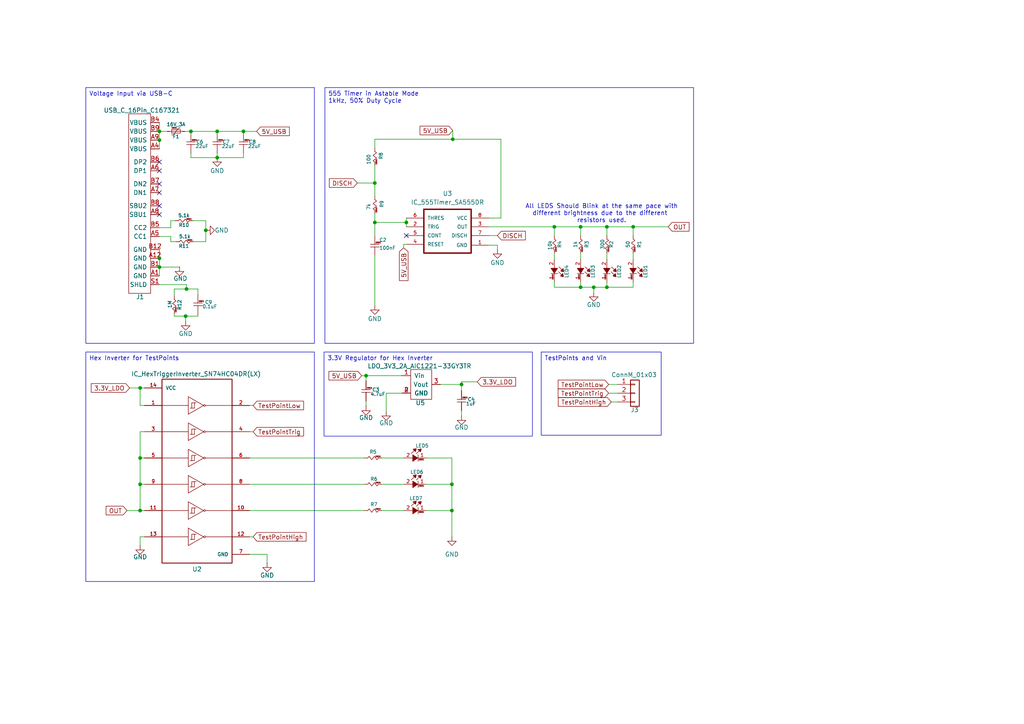
<source format=kicad_sch>
(kicad_sch (version 20231120) (generator "eeschema") (generator_version "8.0")
  (paper "A4")
  (title_block (title "555 Timer") (date "2025-01-16") (rev "v1.0") (company "Remal") (comment 1 "Sara AlMarzooqi"))
  (lib_symbols
    (symbol "IC_555Timer_SA555DR_1" (pin_names (offset 1.016))
      (property "Reference" "U1" (at 0 9.906 0))
      (property "Value" "IC_555Timer_SA555DR" (at 0 7.366 0))
      (symbol "IC_555Timer_SA555DR_1_0_0"
        (pin power_in line (at 11.684 -5.334 180) (length 5.08) (name "GND") (number "1"))
        (pin input line (at -12.192 0 0) (length 5.08) (name "TRIG") (number "2"))
        (pin output line (at 11.684 0 180) (length 5.08) (name "OUT") (number "3"))
        (pin input line (at -12.192 -5.08 0) (length 5.08) (name "RESET") (number "4"))
        (pin bidirectional line (at -12.192 -2.54 0) (length 5.08) (name "CONT") (number "5"))
        (pin input line (at -12.192 2.54 0) (length 5.08) (name "THRES") (number "6"))
        (pin output line (at 11.684 -2.54 180) (length 5.08) (name "DISCH") (number "7"))
        (pin power_in line (at 11.684 2.54 180) (length 5.08) (name "VCC") (number "8"))
      )
      (symbol "IC_555Timer_SA555DR_1_1_0"
        (rectangle (start -7.112 5.08) (end 6.604 -7.62) (stroke (width 0.41)))
      )
    )
    (symbol "Remal_KiCadLib:C_0805_2012m" (pin_numbers hide) (pin_names (offset 0.762) hide)
      (property "Reference" "C" (at 1.778 1.7272 0))
      (property "Value" "C_0805_2012m/xxV" (at 1.778 -0.254 0))
      (symbol "C_0805_2012m_0_0"
        (pin passive line (at 0 2.54 270) (length 2.54) (name "~") (number "1"))
        (pin passive line (at 0 -3.302 90) (length 2.54) (name "~") (number "2"))
      )
      (symbol "C_0805_2012m_0_1"
        (polyline (pts (xy 1.27 0) (xy -1.27 0)))
      )
      (symbol "C_0805_2012m_1_1"
        (polyline (pts (xy 1.27 -0.762) (xy -1.27 -0.762)))
        (text "0805" (at 1.016 0.508 0) (effects (font (size 0.4 0.4))))
      )
    )
    (symbol "Remal_KiCadLib:ConnM_01x03_2.54mm" (pin_names (offset 1.016) hide)
      (property "Reference" "J" (at 0 7.62 0))
      (property "Value" "ConnM_01x03_2.54mm" (at -0.508 -2.54 0))
      (symbol "ConnM_01x03_2.54mm_1_1"
        (rectangle (start -1.27 0.127) (end 0 -0.127) (stroke (width 0.1524)))
        (rectangle (start -1.27 2.667) (end 0 2.413) (stroke (width 0.1524)))
        (rectangle (start -1.27 5.207) (end 0 4.953) (stroke (width 0.1524)))
        (rectangle (start -1.27 6.35) (end 1.27 -1.27) (stroke (width 0.254)))
        (pin passive line (at -5.08 5.08 0) (length 3.81) (name "Pin_1") (number "1"))
        (pin passive line (at -5.08 2.54 0) (length 3.81) (name "Pin_2") (number "2"))
        (pin passive line (at -5.08 0 0) (length 3.81) (name "Pin_3") (number "3"))
      )
    )
    (symbol "Remal_KiCadLib:Fuse_0805_2012m" (pin_numbers hide) (pin_names (offset 0.762))
      (property "Reference" "F" (at -2.032 2.286 0))
      (property "Value" "Fuse_0805_2012m_xxxV_HoldxxxA_TripxxxA_xxx" (at -17.78 -2.286 0))
      (symbol "Fuse_0805_2012m_0_1"
        (rectangle (start -1.27 -0.508) (end 1.27 0.508))
        (polyline (pts (xy -2.54 0) (xy 2.54 0)))
        (polyline (pts (xy -1.27 -1.016) (xy -0.762 -1.016) (xy 0.762 1.016) (xy 1.27 1.016)))
      )
      (symbol "Fuse_0805_2012m_1_1"
        (text "0805" (at -0.508 1.016 0) (effects (font (size 0.4 0.4))))
        (pin passive line (at -2.54 0 0) (length 0.635) (name "~") (number "1"))
        (pin passive line (at 2.54 0 180) (length 0.635) (name "~") (number "2"))
      )
    )
    (symbol "Remal_KiCadLib:IC_HexSchmittTriggerInverter_SN74HC04DR(LX)" (pin_names (offset 1.016))
      (property "Reference" "U3" (at 0 30.48 0))
      (property "Value" "IC_HexSchmittTriggerInverter_SN74HC04DR(LX)" (at 0 27.94 0))
      (symbol "IC_HexSchmittTriggerInverter_SN74HC04DR(LX)_0_0"
        (polyline (pts (xy -10.16 -20.32) (xy -2.54 -20.32)) (stroke (width 0.1524)))
        (polyline (pts (xy -10.16 -12.7) (xy -2.54 -12.7)) (stroke (width 0.1524)))
        (polyline (pts (xy -10.16 -5.08) (xy -2.54 -5.08)) (stroke (width 0.1524)))
        (polyline (pts (xy -10.16 2.54) (xy -2.54 2.54)) (stroke (width 0.1524)))
        (polyline (pts (xy -10.16 10.16) (xy -2.54 10.16)) (stroke (width 0.1524)))
        (polyline (pts (xy -10.16 17.78) (xy -2.54 17.78)) (stroke (width 0.1524)))
        (polyline (pts (xy -2.54 -22.86) (xy -2.54 -20.32)) (stroke (width 0.1524)))
        (polyline (pts (xy -2.54 -20.32) (xy -2.54 -17.78)) (stroke (width 0.1524)))
        (polyline (pts (xy -2.54 -17.78) (xy 1.905 -20.32)) (stroke (width 0.1524)))
        (polyline (pts (xy -2.54 -15.24) (xy -2.54 -12.7)) (stroke (width 0.1524)))
        (polyline (pts (xy -2.54 -12.7) (xy -2.54 -10.16)) (stroke (width 0.1524)))
        (polyline (pts (xy -2.54 -10.16) (xy 1.905 -12.7)) (stroke (width 0.1524)))
        (polyline (pts (xy -2.54 -7.62) (xy -2.54 -5.08)) (stroke (width 0.1524)))
        (polyline (pts (xy -2.54 -5.08) (xy -2.54 -2.54)) (stroke (width 0.1524)))
        (polyline (pts (xy -2.54 -2.54) (xy 1.905 -5.08)) (stroke (width 0.1524)))
        (polyline (pts (xy -2.54 0) (xy -2.54 2.54)) (stroke (width 0.1524)))
        (polyline (pts (xy -2.54 2.54) (xy -2.54 5.08)) (stroke (width 0.1524)))
        (polyline (pts (xy -2.54 5.08) (xy 1.905 2.54)) (stroke (width 0.1524)))
        (polyline (pts (xy -2.54 7.62) (xy -2.54 10.16)) (stroke (width 0.1524)))
        (polyline (pts (xy -2.54 10.16) (xy -2.54 12.7)) (stroke (width 0.1524)))
        (polyline (pts (xy -2.54 12.7) (xy 1.905 10.16)) (stroke (width 0.1524)))
        (polyline (pts (xy -2.54 15.24) (xy -2.54 17.78)) (stroke (width 0.1524)))
        (polyline (pts (xy -2.54 17.78) (xy -2.54 20.32)) (stroke (width 0.1524)))
        (polyline (pts (xy -2.54 20.32) (xy 1.905 17.78)) (stroke (width 0.1524)))
        (polyline (pts (xy -1.524 -21.082) (xy -2.032 -21.082)) (stroke (width 0.1524)))
        (polyline (pts (xy -1.524 -21.082) (xy -0.762 -21.082)) (stroke (width 0.1524)))
        (polyline (pts (xy -1.524 -19.558) (xy -1.524 -21.082)) (stroke (width 0.1524)))
        (polyline (pts (xy -1.524 -13.462) (xy -2.032 -13.462)) (stroke (width 0.1524)))
        (polyline (pts (xy -1.524 -13.462) (xy -0.762 -13.462)) (stroke (width 0.1524)))
        (polyline (pts (xy -1.524 -11.938) (xy -1.524 -13.462)) (stroke (width 0.1524)))
        (polyline (pts (xy -1.524 -5.842) (xy -2.032 -5.842)) (stroke (width 0.1524)))
        (polyline (pts (xy -1.524 -5.842) (xy -0.762 -5.842)) (stroke (width 0.1524)))
        (polyline (pts (xy -1.524 -4.318) (xy -1.524 -5.842)) (stroke (width 0.1524)))
        (polyline (pts (xy -1.524 1.778) (xy -2.032 1.778)) (stroke (width 0.1524)))
        (polyline (pts (xy -1.524 1.778) (xy -0.762 1.778)) (stroke (width 0.1524)))
        (polyline (pts (xy -1.524 3.302) (xy -1.524 1.778)) (stroke (width 0.1524)))
        (polyline (pts (xy -1.524 9.398) (xy -2.032 9.398)) (stroke (width 0.1524)))
        (polyline (pts (xy -1.524 9.398) (xy -0.762 9.398)) (stroke (width 0.1524)))
        (polyline (pts (xy -1.524 10.922) (xy -1.524 9.398)) (stroke (width 0.1524)))
        (polyline (pts (xy -1.524 17.018) (xy -2.032 17.018)) (stroke (width 0.1524)))
        (polyline (pts (xy -1.524 17.018) (xy -0.762 17.018)) (stroke (width 0.1524)))
        (polyline (pts (xy -1.524 18.542) (xy -1.524 17.018)) (stroke (width 0.1524)))
        (polyline (pts (xy -0.762 -21.082) (xy -0.762 -19.558)) (stroke (width 0.1524)))
        (polyline (pts (xy -0.762 -19.558) (xy -1.524 -19.558)) (stroke (width 0.1524)))
        (polyline (pts (xy -0.762 -19.558) (xy -0.254 -19.558)) (stroke (width 0.1524)))
        (polyline (pts (xy -0.762 -13.462) (xy -0.762 -11.938)) (stroke (width 0.1524)))
        (polyline (pts (xy -0.762 -11.938) (xy -1.524 -11.938)) (stroke (width 0.1524)))
        (polyline (pts (xy -0.762 -11.938) (xy -0.254 -11.938)) (stroke (width 0.1524)))
        (polyline (pts (xy -0.762 -5.842) (xy -0.762 -4.318)) (stroke (width 0.1524)))
        (polyline (pts (xy -0.762 -4.318) (xy -1.524 -4.318)) (stroke (width 0.1524)))
        (polyline (pts (xy -0.762 -4.318) (xy -0.254 -4.318)) (stroke (width 0.1524)))
        (polyline (pts (xy -0.762 1.778) (xy -0.762 3.302)) (stroke (width 0.1524)))
        (polyline (pts (xy -0.762 3.302) (xy -1.524 3.302)) (stroke (width 0.1524)))
        (polyline (pts (xy -0.762 3.302) (xy -0.254 3.302)) (stroke (width 0.1524)))
        (polyline (pts (xy -0.762 9.398) (xy -0.762 10.922)) (stroke (width 0.1524)))
        (polyline (pts (xy -0.762 10.922) (xy -1.524 10.922)) (stroke (width 0.1524)))
        (polyline (pts (xy -0.762 10.922) (xy -0.254 10.922)) (stroke (width 0.1524)))
        (polyline (pts (xy -0.762 17.018) (xy -0.762 18.542)) (stroke (width 0.1524)))
        (polyline (pts (xy -0.762 18.542) (xy -1.524 18.542)) (stroke (width 0.1524)))
        (polyline (pts (xy -0.762 18.542) (xy -0.254 18.542)) (stroke (width 0.1524)))
        (polyline (pts (xy 1.905 -20.32) (xy -2.54 -22.86)) (stroke (width 0.1524)))
        (polyline (pts (xy 1.905 -12.7) (xy -2.54 -15.24)) (stroke (width 0.1524)))
        (polyline (pts (xy 1.905 -5.08) (xy -2.54 -7.62)) (stroke (width 0.1524)))
        (polyline (pts (xy 1.905 2.54) (xy -2.54 0)) (stroke (width 0.1524)))
        (polyline (pts (xy 1.905 10.16) (xy -2.54 7.62)) (stroke (width 0.1524)))
        (polyline (pts (xy 1.905 17.78) (xy -2.54 15.24)) (stroke (width 0.1524)))
        (polyline (pts (xy 2.54 -20.32) (xy 10.16 -20.32)) (stroke (width 0.1524)))
        (polyline (pts (xy 2.54 -12.7) (xy 10.16 -12.7)) (stroke (width 0.1524)))
        (polyline (pts (xy 2.54 -5.08) (xy 10.16 -5.08)) (stroke (width 0.1524)))
        (polyline (pts (xy 2.54 2.54) (xy 10.16 2.54)) (stroke (width 0.1524)))
        (polyline (pts (xy 2.54 10.16) (xy 10.16 10.16)) (stroke (width 0.1524)))
        (polyline (pts (xy 2.54 17.78) (xy 10.16 17.78)) (stroke (width 0.1524)))
        (circle (center 2.1844 -20.32) (radius 0.254) (stroke (width 0.1524)))
        (circle (center 2.1844 -12.7) (radius 0.254) (stroke (width 0.1524)))
        (circle (center 2.1844 -5.08) (radius 0.254) (stroke (width 0.1524)))
        (circle (center 2.1844 2.54) (radius 0.254) (stroke (width 0.1524)))
        (circle (center 2.1844 10.16) (radius 0.254) (stroke (width 0.1524)))
        (circle (center 2.1844 17.78) (radius 0.254) (stroke (width 0.1524)))
        (pin input line (at -15.24 17.78 0) (length 5.08) (name "~") (number "1"))
        (pin output line (at 15.24 -12.7 180) (length 5.08) (name "~") (number "10"))
        (pin input line (at -15.24 -12.7 0) (length 5.08) (name "~") (number "11"))
        (pin output line (at 15.24 -20.32 180) (length 5.08) (name "~") (number "12"))
        (pin input line (at -15.24 -20.32 0) (length 5.08) (name "~") (number "13"))
        (pin power_in line (at -15.24 22.86 0) (length 5.08) (name "VCC") (number "14"))
        (pin output line (at 15.24 17.78 180) (length 5.08) (name "~") (number "2"))
        (pin input line (at -15.24 10.16 0) (length 5.08) (name "~") (number "3"))
        (pin output line (at 15.24 10.16 180) (length 5.08) (name "~") (number "4"))
        (pin input line (at -15.24 2.54 0) (length 5.08) (name "~") (number "5"))
        (pin output line (at 15.24 2.54 180) (length 5.08) (name "~") (number "6"))
        (pin power_in line (at 15.24 -25.4 180) (length 5.08) (name "GND") (number "7"))
        (pin output line (at 15.24 -5.08 180) (length 5.08) (name "~") (number "8"))
        (pin input line (at -15.24 -5.08 0) (length 5.08) (name "~") (number "9"))
      )
      (symbol "IC_HexSchmittTriggerInverter_SN74HC04DR(LX)_1_0"
        (rectangle (start -10.16 25.4) (end 10.16 -27.94) (stroke (width 0.254)))
      )
    )
    (symbol "Remal_KiCadLib:LDO_3V3_2A_AIC1221-33GY3TR" (pin_names (offset 1.016))
      (property "Reference" "U" (at -1.778 5.334 0))
      (property "Value" "LDO_3V3_2A_AIC1221-33GY3TR" (at 1.27 -5.588 0))
      (symbol "LDO_3V3_2A_AIC1221-33GY3TR_0_1"
        (rectangle (start -2.286 4.318) (end 3.81 -4.318))
      )
      (symbol "LDO_3V3_2A_AIC1221-33GY3TR_1_1"
        (pin passive line (at -4.826 2.54 0) (length 2.54) (name "Vin") (number "1"))
        (pin power_out line (at -4.826 -2.54 0) (length 2.54) (name "GND") (number "2"))
        (pin power_out line (at -4.826 -2.54 0) (length 2.54) (name "GND") (number "2"))
        (pin power_in line (at 6.35 0 180) (length 2.54) (name "Vout") (number "3"))
        (pin power_out line (at -4.826 -2.54 0) (length 2.54) (name "GND") (number "4"))
      )
    )
    (symbol "Remal_KiCadLib:LED_0805_2012m_Red" (pin_names (offset 0.762))
      (property "Reference" "LED" (at -3.2258 2.8702 0))
      (property "Value" "LED_0805_2012m_Red" (at -7.3152 -2.8702 0))
      (symbol "LED_0805_2012m_Red_0_1"
        (polyline (pts (xy -0.3302 1.3208) (xy 0.508 2.159)) (stroke (width 0.1524)))
        (polyline (pts (xy 1.1176 1.2446) (xy 1.9558 2.0828)) (stroke (width 0.1524)))
        (polyline (pts (xy 1.6256 -0.9652) (xy 1.6256 0.9652)))
        (polyline (pts (xy 0.254 2.5146) (xy 0.8636 1.905) (xy 1.0668 2.6924) (xy 0.254 2.5146)) (stroke (width 0.254)) (fill (type outline)))
        (polyline (pts (xy 1.7018 2.4384) (xy 2.3114 1.8288) (xy 2.5146 2.6162) (xy 1.7018 2.4384)) (stroke (width 0.254)) (fill (type outline)))
      )
      (symbol "LED_0805_2012m_Red_1_0"
        (text "0805" (at 2.5654 -0.4572 0) (effects (font (size 0.4 0.4))))
        (pin passive line (at 4.064 0 180) (length 2.54) (name "~") (number "1"))
        (pin passive line (at -2.54 0 0) (length 2.54) (name "~") (number "2"))
      )
      (symbol "LED_0805_2012m_Red_1_1"
        (polyline (pts (xy 1.524 0) (xy 0.0762 -0.9906) (xy 0.0762 0.9398) (xy 1.524 0)) (fill (type outline)))
      )
    )
    (symbol "Remal_KiCadLib:R_0805_2012m" (pin_numbers hide) (pin_names (offset 0.254) hide)
      (property "Reference" "R" (at -3.175 1.905 0))
      (property "Value" "R_0805_2012m" (at 0.762 1.905 0))
      (symbol "R_0805_2012m_1_1"
        (polyline (pts (xy -1.524 0) (xy -1.143 0.508) (xy -0.762 0) (xy -0.381 -0.508) (xy 0 0)))
        (polyline (pts (xy 0 0) (xy 0.381 0.508) (xy 0.762 0) (xy 1.143 -0.508) (xy 1.524 0)))
        (text "0805" (at 1.4478 0.4572 0) (effects (font (size 0.4 0.4))))
        (pin passive line (at -2.54 0 0) (length 1.016) (name "~") (number "1"))
        (pin passive line (at 2.54 0 180) (length 1.016) (name "~") (number "2"))
      )
    )
    (symbol "Remal_KiCadLib:USB_C_16Pin_C167321" (pin_names (offset 1.016))
      (property "Reference" "J" (at -6.35 39.37 0))
      (property "Value" "USB_C_16Pin_C167321" (at -3.048 -15.494 0))
      (symbol "USB_C_16Pin_C167321_0_1"
        (rectangle (start -6.35 38.1) (end 0 -13.97))
      )
      (symbol "USB_C_16Pin_C167321_1_1"
        (pin passive line (at 2.54 -8.89 180) (length 2.54) (name "GND") (number "A1"))
        (pin passive line (at 2.54 -3.81 180) (length 2.54) (name "GND") (number "A12"))
        (pin passive line (at 2.54 27.94 180) (length 2.54) (name "VBUS") (number "A4"))
        (pin passive line (at 2.54 2.54 180) (length 2.54) (name "CC1") (number "A5"))
        (pin passive line (at 2.54 21.59 180) (length 2.54) (name "DP1") (number "A6"))
        (pin passive line (at 2.54 15.24 180) (length 2.54) (name "DN1") (number "A7"))
        (pin passive line (at 2.54 8.89 180) (length 2.54) (name "SBU1") (number "A8"))
        (pin passive line (at 2.54 30.48 180) (length 2.54) (name "VBUS") (number "A9"))
        (pin passive line (at 2.54 -6.35 180) (length 2.54) (name "GND") (number "B1"))
        (pin passive line (at 2.54 -1.27 180) (length 2.54) (name "GND") (number "B12"))
        (pin passive line (at 2.54 35.56 180) (length 2.54) (name "VBUS") (number "B4"))
        (pin passive line (at 2.54 5.08 180) (length 2.54) (name "CC2") (number "B5"))
        (pin passive line (at 2.54 24.13 180) (length 2.54) (name "DP2") (number "B6"))
        (pin passive line (at 2.54 17.78 180) (length 2.54) (name "DN2") (number "B7"))
        (pin passive line (at 2.54 11.43 180) (length 2.54) (name "SBU2") (number "B8"))
        (pin passive line (at 2.54 33.02 180) (length 2.54) (name "VBUS") (number "B9"))
        (pin passive line (at 2.54 -11.43 180) (length 2.54) (name "SHLD") (number "S1"))
      )
    )
    (symbol "power:GND" (power) (pin_numbers hide) (pin_names (offset 0) hide)
      (property "Value" "GND" (at 0 -3.81 0))
      (symbol "GND_0_1"
        (polyline (pts (xy 0 0) (xy 0 -1.27) (xy 1.27 -1.27) (xy 0 -2.54) (xy -1.27 -1.27) (xy 0 -1.27)))
      )
      (symbol "GND_1_1"
        (pin power_in line (at 0 0 270) (length 0) (name "~") (number "1"))
      )
    )
  )
  (junction (at 54.102 83.82))
  (junction (at 108.712 53.086))
  (junction (at 133.858 111.506))
  (junction (at 53.848 91.694))
  (junction (at 183.642 65.786))
  (junction (at 40.64 112.522))
  (junction (at 46.228 38.1))
  (junction (at 59.69 66.802))
  (junction (at 46.228 77.47))
  (junction (at 160.782 65.786))
  (junction (at 168.402 83.312))
  (junction (at 62.992 38.1))
  (junction (at 117.856 64.516))
  (junction (at 40.64 148.082))
  (junction (at 40.64 132.842))
  (junction (at 172.212 83.312))
  (junction (at 55.372 38.1))
  (junction (at 40.64 140.462))
  (junction (at 46.228 74.93))
  (junction (at 131.064 148.082))
  (junction (at 108.712 64.516))
  (junction (at 62.992 45.72))
  (junction (at 131.064 140.462))
  (junction (at 70.612 38.1))
  (junction (at 176.022 65.786))
  (junction (at 46.228 40.64))
  (junction (at 168.402 65.786))
  (junction (at 106.172 108.966))
  (junction (at 176.022 83.312))
  (junction (at 131.318 40.386))
  (no_connect (at 46.228 49.53))
  (no_connect (at 46.228 59.69))
  (no_connect (at 46.228 46.99))
  (no_connect (at 117.856 68.326))
  (no_connect (at 46.228 62.23))
  (no_connect (at 46.228 55.88))
  (no_connect (at 46.228 53.34))
  (wire (pts (xy 131.064 132.842) (xy 131.064 140.462)))
  (wire (pts (xy 176.53 114.046) (xy 179.07 114.046)))
  (wire (pts (xy 177.292 116.586) (xy 179.07 116.586)))
  (wire (pts (xy 103.632 53.086) (xy 108.712 53.086)))
  (wire (pts (xy 141.732 68.326) (xy 144.272 68.326)))
  (wire (pts (xy 53.848 91.694) (xy 53.848 93.218)))
  (wire (pts (xy 176.022 83.312) (xy 183.642 83.312)))
  (wire (pts (xy 46.228 74.93) (xy 46.228 77.47)))
  (wire (pts (xy 110.744 140.462) (xy 117.094 140.462)))
  (wire (pts (xy 168.402 65.786) (xy 176.022 65.786)))
  (wire (pts (xy 117.856 63.246) (xy 117.856 64.516)))
  (wire (pts (xy 160.782 73.406) (xy 160.782 75.184)))
  (wire (pts (xy 57.404 83.82) (xy 57.404 85.344)))
  (wire (pts (xy 70.612 44.45) (xy 70.612 45.72)))
  (wire (pts (xy 106.172 108.966) (xy 106.172 110.49)))
  (wire (pts (xy 49.53 66.04) (xy 49.53 64.008)))
  (wire (pts (xy 168.402 73.406) (xy 168.402 75.184)))
  (wire (pts (xy 117.856 64.516) (xy 117.856 65.786)))
  (wire (pts (xy 123.698 132.842) (xy 131.064 132.842)))
  (wire (pts (xy 108.712 48.006) (xy 108.712 53.086)))
  (wire (pts (xy 133.858 119.126) (xy 133.858 120.65)))
  (wire (pts (xy 50.546 91.694) (xy 53.848 91.694)))
  (wire (pts (xy 176.022 73.406) (xy 176.022 75.184)))
  (wire (pts (xy 112.014 114.046) (xy 116.586 114.046)))
  (wire (pts (xy 46.228 82.55) (xy 54.102 82.55)))
  (wire (pts (xy 46.228 40.64) (xy 46.228 43.18)))
  (wire (pts (xy 62.992 45.72) (xy 70.612 45.72)))
  (wire (pts (xy 72.39 148.082) (xy 105.664 148.082)))
  (wire (pts (xy 123.698 140.462) (xy 131.064 140.462)))
  (wire (pts (xy 59.69 64.008) (xy 59.69 66.802)))
  (wire (pts (xy 46.228 72.39) (xy 46.228 74.93)))
  (wire (pts (xy 37.592 112.522) (xy 40.64 112.522)))
  (wire (pts (xy 176.022 65.786) (xy 176.022 68.326)))
  (wire (pts (xy 55.372 44.45) (xy 55.372 45.72)))
  (wire (pts (xy 46.228 38.1) (xy 48.514 38.1)))
  (wire (pts (xy 183.642 68.326) (xy 183.642 65.786)))
  (wire (pts (xy 141.732 65.786) (xy 160.782 65.786)))
  (wire (pts (xy 46.228 66.04) (xy 49.53 66.04)))
  (wire (pts (xy 183.642 73.406) (xy 183.642 75.184)))
  (wire (pts (xy 133.858 111.506) (xy 133.858 110.744)))
  (wire (pts (xy 168.402 68.326) (xy 168.402 65.786)))
  (wire (pts (xy 40.64 155.702) (xy 40.64 158.242)))
  (wire (pts (xy 49.53 68.58) (xy 49.53 70.104)))
  (wire (pts (xy 160.782 65.786) (xy 168.402 65.786)))
  (wire (pts (xy 57.404 91.694) (xy 57.404 91.186)))
  (wire (pts (xy 106.172 116.332) (xy 106.172 117.856)))
  (wire (pts (xy 70.612 38.1) (xy 70.612 38.608)))
  (wire (pts (xy 176.022 65.786) (xy 183.642 65.786)))
  (wire (pts (xy 108.712 64.516) (xy 108.712 68.326)))
  (wire (pts (xy 62.992 38.1) (xy 70.612 38.1)))
  (wire (pts (xy 70.612 38.1) (xy 74.422 38.1)))
  (wire (pts (xy 131.064 148.082) (xy 131.064 155.702)))
  (wire (pts (xy 41.91 125.222) (xy 40.64 125.222)))
  (wire (pts (xy 183.642 65.786) (xy 193.802 65.786)))
  (wire (pts (xy 141.732 63.246) (xy 145.288 63.246)))
  (wire (pts (xy 104.902 108.966) (xy 106.172 108.966)))
  (wire (pts (xy 41.91 155.702) (xy 40.64 155.702)))
  (wire (pts (xy 160.782 83.312) (xy 168.402 83.312)))
  (wire (pts (xy 141.732 71.12) (xy 144.272 71.12)))
  (wire (pts (xy 183.642 81.788) (xy 183.642 83.312)))
  (wire (pts (xy 62.992 38.1) (xy 62.992 38.608)))
  (wire (pts (xy 62.992 44.45) (xy 62.992 45.72)))
  (wire (pts (xy 133.858 110.744) (xy 138.43 110.744)))
  (wire (pts (xy 55.372 38.1) (xy 55.372 38.608)))
  (wire (pts (xy 172.212 83.312) (xy 172.212 84.836)))
  (wire (pts (xy 40.64 125.222) (xy 40.64 132.842)))
  (wire (pts (xy 176.53 111.506) (xy 179.07 111.506)))
  (wire (pts (xy 49.53 64.008) (xy 50.8 64.008)))
  (wire (pts (xy 46.228 35.56) (xy 46.228 38.1)))
  (wire (pts (xy 56.134 70.104) (xy 59.69 70.104)))
  (wire (pts (xy 77.47 163.322) (xy 77.47 160.782)))
  (wire (pts (xy 54.102 82.55) (xy 54.102 83.82)))
  (wire (pts (xy 55.88 64.008) (xy 59.69 64.008)))
  (wire (pts (xy 117.094 71.882) (xy 117.094 70.866)))
  (wire (pts (xy 41.91 132.842) (xy 40.64 132.842)))
  (wire (pts (xy 72.39 140.462) (xy 105.664 140.462)))
  (wire (pts (xy 72.39 132.842) (xy 105.664 132.842)))
  (wire (pts (xy 145.288 40.386) (xy 145.288 63.246)))
  (wire (pts (xy 40.64 112.522) (xy 40.64 117.602)))
  (wire (pts (xy 144.272 71.12) (xy 144.272 72.39)))
  (wire (pts (xy 108.712 61.976) (xy 108.712 64.516)))
  (wire (pts (xy 160.782 81.788) (xy 160.782 83.312)))
  (wire (pts (xy 53.848 91.694) (xy 57.404 91.694)))
  (wire (pts (xy 72.39 155.702) (xy 73.406 155.702)))
  (wire (pts (xy 59.69 70.104) (xy 59.69 66.802)))
  (wire (pts (xy 40.64 132.842) (xy 40.64 140.462)))
  (wire (pts (xy 108.712 64.516) (xy 117.856 64.516)))
  (wire (pts (xy 55.372 45.72) (xy 62.992 45.72)))
  (wire (pts (xy 108.712 74.168) (xy 108.712 88.646)))
  (wire (pts (xy 50.546 83.82) (xy 54.102 83.82)))
  (wire (pts (xy 108.712 40.386) (xy 131.318 40.386)))
  (wire (pts (xy 50.546 90.932) (xy 50.546 91.694)))
  (wire (pts (xy 53.594 38.1) (xy 55.372 38.1)))
  (wire (pts (xy 72.39 125.222) (xy 73.406 125.222)))
  (wire (pts (xy 50.546 85.852) (xy 50.546 83.82)))
  (wire (pts (xy 110.744 132.842) (xy 117.094 132.842)))
  (wire (pts (xy 106.172 108.966) (xy 116.586 108.966)))
  (wire (pts (xy 72.39 117.602) (xy 73.406 117.602)))
  (wire (pts (xy 72.39 160.782) (xy 77.47 160.782)))
  (wire (pts (xy 172.212 83.312) (xy 176.022 83.312)))
  (wire (pts (xy 160.782 68.326) (xy 160.782 65.786)))
  (wire (pts (xy 40.64 112.522) (xy 41.91 112.522)))
  (wire (pts (xy 131.318 37.846) (xy 131.318 40.386)))
  (wire (pts (xy 108.712 42.926) (xy 108.712 40.386)))
  (wire (pts (xy 40.64 117.602) (xy 41.91 117.602)))
  (wire (pts (xy 168.402 83.312) (xy 172.212 83.312)))
  (wire (pts (xy 108.712 53.086) (xy 108.712 56.896)))
  (wire (pts (xy 40.64 140.462) (xy 41.91 140.462)))
  (wire (pts (xy 40.64 148.082) (xy 41.91 148.082)))
  (wire (pts (xy 46.228 77.47) (xy 52.07 77.47)))
  (wire (pts (xy 131.064 140.462) (xy 131.064 148.082)))
  (wire (pts (xy 54.102 83.82) (xy 57.404 83.82)))
  (wire (pts (xy 131.318 40.386) (xy 145.288 40.386)))
  (wire (pts (xy 55.372 38.1) (xy 62.992 38.1)))
  (wire (pts (xy 110.744 148.082) (xy 117.094 148.082)))
  (wire (pts (xy 133.858 111.506) (xy 133.858 113.284)))
  (wire (pts (xy 127.762 111.506) (xy 133.858 111.506)))
  (wire (pts (xy 112.014 114.046) (xy 112.014 119.38)))
  (wire (pts (xy 123.698 148.082) (xy 131.064 148.082)))
  (wire (pts (xy 117.094 70.866) (xy 117.856 70.866)))
  (wire (pts (xy 168.402 81.788) (xy 168.402 83.312)))
  (wire (pts (xy 176.022 81.788) (xy 176.022 83.312)))
  (wire (pts (xy 49.53 70.104) (xy 51.054 70.104)))
  (wire (pts (xy 46.228 68.58) (xy 49.53 68.58)))
  (wire (pts (xy 46.228 77.47) (xy 46.228 80.01)))
  (wire (pts (xy 36.83 148.082) (xy 40.64 148.082)))
  (wire (pts (xy 40.64 140.462) (xy 40.64 148.082)))
  (wire (pts (xy 46.228 38.1) (xy 46.228 40.64)))
  (text_box "Hex Inverter for TestPoints" (at 24.892 102.108 0) (size 66.294 66.548) (effects (font (size 1.27 1.27)) (justify left top)))
  (text_box "555 Timer in Astable Mode\n1kHz, 50% Duty Cycle" (at 94.234 25.4 0) (size 106.934 74.168) (effects (font (size 1.27 1.27)) (justify left top)))
  (text_box "3.3V Regulator for Hex Inverter" (at 93.98 102.108 0) (size 60.452 24.384) (effects (font (size 1.27 1.27)) (justify left top)))
  (text_box "TestPoints and Vin" (at 156.972 102.108 0) (size 34.798 24.13) (effects (font (size 1.27 1.27)) (justify left top)))
  (text_box "Voltage Input via USB-C" (at 24.892 25.4 0) (size 66.294 74.168) (effects (font (size 1.27 1.27)) (justify left top)))
  (text "All LEDS Should Blink at the same pace with\ndifferent brightness due to the different \nresistors used.\n" (at 174.498 61.976 0) (effects (font (size 1.27 1.27))))
  (global_label "TestPointTrig" (shape input) (at 176.53 114.046 180) (property "Intersheetrefs" "${INTERSHEET_REFS}" (effects (hide yes))))
  (global_label "5V_USB" (shape input) (at 131.318 37.846 180) (property "Intersheetrefs" "${INTERSHEET_REFS}" (effects (hide yes))))
  (global_label "TestPointLow" (shape input) (at 176.53 111.506 180) (property "Intersheetrefs" "${INTERSHEET_REFS}" (effects (hide yes))))
  (global_label "5V_USB" (shape input) (at 117.094 71.882 270) (property "Intersheetrefs" "${INTERSHEET_REFS}" (effects (hide yes))))
  (global_label "TestPointTrig" (shape input) (at 73.406 125.222 0) (property "Intersheetrefs" "${INTERSHEET_REFS}" (effects (hide yes))))
  (global_label "3.3V_LDO" (shape input) (at 37.592 112.522 180) (property "Intersheetrefs" "${INTERSHEET_REFS}" (effects (hide yes))))
  (global_label "3.3V_LDO" (shape input) (at 138.43 110.744 0) (property "Intersheetrefs" "${INTERSHEET_REFS}" (effects (hide yes))))
  (global_label "TestPointLow" (shape input) (at 73.406 117.602 0) (property "Intersheetrefs" "${INTERSHEET_REFS}" (effects (hide yes))))
  (global_label "TestPointHigh" (shape input) (at 73.406 155.702 0) (property "Intersheetrefs" "${INTERSHEET_REFS}" (effects (hide yes))))
  (global_label "DISCH" (shape input) (at 144.272 68.326 0) (property "Intersheetrefs" "${INTERSHEET_REFS}" (effects (hide yes))))
  (global_label "5V_USB" (shape input) (at 74.422 38.1 0) (property "Intersheetrefs" "${INTERSHEET_REFS}" (effects (hide yes))))
  (global_label "5V_USB" (shape input) (at 104.902 108.966 180) (property "Intersheetrefs" "${INTERSHEET_REFS}" (effects (hide yes))))
  (global_label "DISCH" (shape input) (at 103.632 53.086 180) (property "Intersheetrefs" "${INTERSHEET_REFS}" (effects (hide yes))))
  (global_label "OUT" (shape input) (at 36.83 148.082 180) (property "Intersheetrefs" "${INTERSHEET_REFS}" (effects (hide yes))))
  (global_label "TestPointHigh" (shape input) (at 177.292 116.586 180) (property "Intersheetrefs" "${INTERSHEET_REFS}" (effects (hide yes))))
  (global_label "OUT" (shape input) (at 193.802 65.786 0) (property "Intersheetrefs" "${INTERSHEET_REFS}" (effects (hide yes))))
  (symbol (lib_id "Remal_KiCadLib:LED_0805_2012m_Red") (at 160.782 77.724 270) (unit 1)
    (property "Reference" "LED4" (at 164.338 78.74 0) (effects (font (size 1 1))))
    (property "Value" "LED_0805_2012m_Red" (effects (hide yes)))
    (property "Footprint" "Remal_KiCadLib:LED_0805_2012m_Red" (effects (hide yes)))
    (property "Description" "0805 Light Emitting Diodes (LED)" (effects (hide yes)))
  )
  (symbol (lib_id "power:GND") (at 133.858 120.65 0) (unit 1)
    (property "Reference" "#PWR01" (effects (hide yes)))
    (property "Value" "GND" (at 133.858 123.952 0))
    (property "Description" "Power symbol creates a global label with name \"GND\" , ground" (effects (hide yes)))
  )
  (symbol (lib_id "Remal_KiCadLib:LED_0805_2012m_Red") (at 168.402 77.724 270) (unit 1)
    (property "Reference" "LED3" (at 171.958 78.74 0) (effects (font (size 1 1))))
    (property "Value" "LED_0805_2012m_Red" (effects (hide yes)))
    (property "Footprint" "Remal_KiCadLib:LED_0805_2012m_Red" (effects (hide yes)))
    (property "Description" "0805 Light Emitting Diodes (LED)" (effects (hide yes)))
  )
  (symbol (lib_id "power:GND") (at 108.712 88.646 0) (unit 1)
    (property "Reference" "#PWR09" (effects (hide yes)))
    (property "Value" "GND" (at 108.712 92.456 0))
    (property "Description" "Power symbol creates a global label with name \"GND\" , ground" (effects (hide yes)))
  )
  (symbol (lib_id "Remal_KiCadLib:R_0805_2012m") (at 108.712 59.436 270) (unit 1)
    (property "Reference" "R9" (at 110.744 59.182 0) (effects (font (size 1 1))))
    (property "Value" "7k" (at 106.934 59.944 0) (effects (font (size 1 1))))
    (property "Footprint" "Remal_KiCadLib:R_0805_2012m" (effects (hide yes)))
    (property "Description" "0805 (2012m) Resistor" (effects (hide yes)))
  )
  (symbol (lib_id "Remal_KiCadLib:R_0805_2012m") (at 160.782 70.866 270) (unit 1)
    (property "Reference" "R4" (at 162.306 70.866 0) (effects (font (size 1 1))))
    (property "Value" "10k" (at 159.512 71.12 0) (effects (font (size 1 1))))
    (property "Footprint" "Remal_KiCadLib:R_0805_2012m" (effects (hide yes)))
    (property "Description" "0805 (2012m) Resistor" (effects (hide yes)))
  )
  (symbol (lib_id "Remal_KiCadLib:R_0805_2012m") (at 53.594 70.104 0) (unit 1)
    (property "Reference" "R11" (at 53.34 71.374 0) (effects (font (size 1 1))))
    (property "Value" "5.1k" (at 53.594 68.58 0) (effects (font (size 1 1))))
    (property "Footprint" "Remal_KiCadLib:R_0805_2012m" (effects (hide yes)))
    (property "Description" "0805 (2012m) Resistor" (effects (hide yes)))
  )
  (symbol (lib_id "power:GND") (at 144.272 72.39 0) (unit 1)
    (property "Reference" "#PWR07" (effects (hide yes)))
    (property "Value" "GND" (at 144.272 76.2 0))
    (property "Description" "Power symbol creates a global label with name \"GND\" , ground" (effects (hide yes)))
  )
  (symbol (lib_id "power:GND") (at 77.47 163.322 0) (unit 1)
    (property "Reference" "#PWR03" (effects (hide yes)))
    (property "Value" "GND" (at 77.47 166.878 0))
    (property "Description" "Power symbol creates a global label with name \"GND\" , ground" (effects (hide yes)))
  )
  (symbol (lib_id "Remal_KiCadLib:R_0805_2012m") (at 168.402 70.866 270) (unit 1)
    (property "Reference" "R3" (at 170.18 70.866 0) (effects (font (size 1 1))))
    (property "Value" "1k" (at 166.878 70.866 0) (effects (font (size 1 1))))
    (property "Footprint" "Remal_KiCadLib:R_0805_2012m" (effects (hide yes)))
    (property "Description" "0805 (2012m) Resistor" (effects (hide yes)))
  )
  (symbol (lib_id "Remal_KiCadLib:C_0805_2012m") (at 106.172 113.03 0) (unit 1)
    (property "Reference" "C3" (at 107.95 113.03 0) (effects (font (size 1 1)) (justify left)))
    (property "Value" "4.7uF" (at 107.442 114.3 0) (effects (font (size 1 1)) (justify left)))
    (property "Footprint" "Remal_KiCadLib:C_0805_2012m" (effects (hide yes)))
    (property "Description" "0805 (2012m) Capacitor" (effects (hide yes)))
  )
  (symbol (lib_id "Remal_KiCadLib:LED_0805_2012m_Red") (at 119.634 140.462 0) (unit 1)
    (property "Reference" "LED6" (at 120.904 136.906 0) (effects (font (size 1 1))))
    (property "Value" "LED_0805_2012m_Red" (effects (hide yes)))
    (property "Footprint" "Remal_KiCadLib:LED_0805_2012m_Red" (effects (hide yes)))
    (property "Description" "0805 Light Emitting Diodes (LED)" (effects (hide yes)))
  )
  (symbol (lib_id "power:GND") (at 62.992 45.72 0) (unit 1)
    (property "Reference" "#PWR012" (effects (hide yes)))
    (property "Value" "GND" (at 62.992 49.53 0))
    (property "Description" "Power symbol creates a global label with name \"GND\" , ground" (effects (hide yes)))
  )
  (symbol (lib_id "Remal_KiCadLib:LDO_3V3_2A_AIC1221-33GY3TR") (at 121.412 111.506 0) (unit 1)
    (property "Reference" "U5" (at 121.92 116.84 0))
    (property "Value" "LDO_3V3_2A_AIC1221-33GY3TR" (at 121.666 106.172 0))
    (property "Footprint" "Remal_KiCadLib:SOT-223" (effects (hide yes)))
    (property "Description" "70dB@(1kHz) 2A Fixed 3.3V Positive 6V SOT-223 Linear Voltage Regulators (LDO) ROHS" (effects (hide yes)))
    (property "MadeBy" "Remal IoT" (effects (hide yes)))
  )
  (symbol (lib_id "power:GND") (at 131.064 155.702 0) (unit 1)
    (property "Reference" "#PWR04" (effects (hide yes)))
    (property "Value" "GND" (at 131.064 160.782 0))
    (property "Description" "Power symbol creates a global label with name \"GND\" , ground" (effects (hide yes)))
  )
  (symbol (lib_id "Remal_KiCadLib:IC_HexSchmittTriggerInverter_SN74HC04DR(LX)") (at 57.15 135.382 0) (unit 1)
    (property "Reference" "U2" (at 57.15 165.1 0))
    (property "Value" "IC_HexTriggerInverter_SN74HC04DR(LX)" (at 56.896 108.458 0))
    (property "Footprint" "Remal_KiCadLib:SOIC-14_3.9x8.7mm_P1.27mm" (effects (hide yes)))
    (property "Description" "Hex Schmitt-Trigger Inverter / Vin: 2V <-> 6V / Lingxingic" (effects (hide yes)))
  )
  (symbol (lib_id "Remal_KiCadLib:C_0805_2012m") (at 133.858 115.824 0) (unit 1)
    (property "Reference" "C4" (at 135.636 115.824 0) (effects (font (size 1 1)) (justify left)))
    (property "Value" "1uF" (at 135.128 117.094 0) (effects (font (size 1 1)) (justify left)))
    (property "Footprint" "Remal_KiCadLib:C_0805_2012m" (effects (hide yes)))
    (property "Description" "0805 (2012m) Capacitor" (effects (hide yes)))
  )
  (symbol (lib_id "Remal_KiCadLib:Fuse_0805_2012m") (at 51.054 38.1 0) (unit 1)
    (property "Reference" "F1" (at 51.054 39.624 0) (effects (font (size 1 1))))
    (property "Value" "16V_3A" (at 51.054 36.068 0) (effects (font (size 1 1))))
    (property "Footprint" "Remal_KiCadLib:Fuse_0805_2012m" (effects (hide yes)))
    (property "Description" "PTC Resettable Fuse - 0805 / 2012m" (effects (hide yes)))
  )
  (symbol (lib_id "power:GND") (at 59.69 66.802 90) (unit 1)
    (property "Reference" "#PWR013" (effects (hide yes)))
    (property "Value" "GND" (at 62.23 66.802 90) (effects (justify right)))
    (property "Description" "Power symbol creates a global label with name \"GND\" , ground" (effects (hide yes)))
  )
  (symbol (lib_id "Remal_KiCadLib:C_0805_2012m") (at 57.404 87.884 0) (unit 1)
    (property "Reference" "C9" (at 59.436 87.63 0) (effects (font (size 1 1)) (justify left)))
    (property "Value" "0.1uF" (at 58.674 88.9 0) (effects (font (size 1 1)) (justify left)))
    (property "Footprint" "Remal_KiCadLib:C_0805_2012m" (effects (hide yes)))
    (property "Description" "0805 (2012m) Capacitor" (effects (hide yes)))
  )
  (symbol (lib_id "power:GND") (at 112.014 119.38 0) (unit 1)
    (property "Reference" "#PWR02" (effects (hide yes)))
    (property "Value" "GND" (at 112.014 122.682 0))
    (property "Description" "Power symbol creates a global label with name \"GND\" , ground" (effects (hide yes)))
  )
  (symbol (lib_id "power:GND") (at 172.212 84.836 0) (unit 1)
    (property "Reference" "#PWR08" (effects (hide yes)))
    (property "Value" "GND" (at 172.212 88.392 0))
    (property "Description" "Power symbol creates a global label with name \"GND\" , ground" (effects (hide yes)))
  )
  (symbol (lib_id "Remal_KiCadLib:R_0805_2012m") (at 108.204 132.842 0) (unit 1)
    (property "Reference" "R5" (at 108.204 131.064 0) (effects (font (size 1 1))))
    (property "Value" "50" (effects (hide yes)))
    (property "Footprint" "Remal_KiCadLib:R_0805_2012m" (effects (hide yes)))
    (property "Description" "0805 (2012m) Resistor" (effects (hide yes)))
  )
  (symbol (lib_id "Remal_KiCadLib:C_0805_2012m") (at 70.612 41.148 0) (unit 1)
    (property "Reference" "C8" (at 72.136 41.148 0) (effects (font (size 1 1)) (justify left)))
    (property "Value" "22uF" (at 71.882 42.418 0) (effects (font (size 1 1)) (justify left)))
    (property "Footprint" "Remal_KiCadLib:C_0805_2012m" (effects (hide yes)))
    (property "Description" "0805 (2012m) Capacitor" (effects (hide yes)))
  )
  (symbol (lib_id "Remal_KiCadLib:ConnM_01x03_2.54mm") (at 184.15 116.586 0) (unit 1)
    (property "Reference" "J3" (at 182.88 118.872 0) (effects (justify left)))
    (property "Value" "ConnM_01x03" (at 177.292 108.712 0) (effects (justify left)))
    (property "Footprint" "Remal_KiCadLib:PinHeader_1x03_P2.54mm_Vertical" (effects (hide yes)))
    (property "Description" "Generic connector male, single row, 01x03" (effects (hide yes)))
  )
  (symbol (lib_id "Remal_KiCadLib:R_0805_2012m") (at 108.204 140.462 0) (unit 1)
    (property "Reference" "R6" (at 108.458 138.938 0) (effects (font (size 1 1))))
    (property "Value" "50" (effects (hide yes)))
    (property "Footprint" "Remal_KiCadLib:R_0805_2012m" (effects (hide yes)))
    (property "Description" "0805 (2012m) Resistor" (effects (hide yes)))
  )
  (symbol (lib_id "Remal_KiCadLib:LED_0805_2012m_Red") (at 119.634 132.842 0) (unit 1)
    (property "Reference" "LED5" (at 122.428 129.286 0) (effects (font (size 1 1))))
    (property "Value" "LED_0805_2012m_Red" (effects (hide yes)))
    (property "Footprint" "Remal_KiCadLib:LED_0805_2012m_Red" (effects (hide yes)))
    (property "Description" "0805 Light Emitting Diodes (LED)" (effects (hide yes)))
  )
  (symbol (lib_id "Remal_KiCadLib:USB_C_16Pin_C167321") (at 43.688 71.12 0) (unit 1)
    (property "Reference" "J1" (at 40.64 86.106 0))
    (property "Value" "USB_C_16Pin_C167321" (at 41.148 32.004 0))
    (property "Footprint" "Remal_KiCadLib:USB_C_16Pin_C167321" (effects (hide yes)))
    (property "Description" "C167321 USB Type C Connector 16 Pin" (effects (hide yes)))
    (property "Man. ID" "C167321" (effects (hide yes)))
  )
  (symbol (lib_id "Remal_KiCadLib:C_0805_2012m") (at 55.372 41.148 0) (unit 1)
    (property "Reference" "C6" (at 56.896 41.148 0) (effects (font (size 1 1)) (justify left)))
    (property "Value" "22uF" (at 56.642 42.418 0) (effects (font (size 1 1)) (justify left)))
    (property "Footprint" "Remal_KiCadLib:C_0805_2012m" (effects (hide yes)))
    (property "Description" "0805 (2012m) Capacitor" (effects (hide yes)))
  )
  (symbol (lib_id "Remal_KiCadLib:R_0805_2012m") (at 176.022 70.866 270) (unit 1)
    (property "Reference" "R2" (at 177.292 70.866 0) (effects (font (size 1 1))))
    (property "Value" "300" (at 174.752 70.866 0) (effects (font (size 1 1))))
    (property "Footprint" "Remal_KiCadLib:R_0805_2012m" (effects (hide yes)))
    (property "Description" "0805 (2012m) Resistor" (effects (hide yes)))
  )
  (symbol (lib_id "Remal_KiCadLib:LED_0805_2012m_Red") (at 176.022 77.724 270) (unit 1)
    (property "Reference" "LED2" (at 179.578 78.74 0) (effects (font (size 1 1))))
    (property "Value" "LED_0805_2012m_Red" (effects (hide yes)))
    (property "Footprint" "Remal_KiCadLib:LED_0805_2012m_Red" (effects (hide yes)))
    (property "Description" "0805 Light Emitting Diodes (LED)" (effects (hide yes)))
  )
  (symbol (lib_id "Remal_KiCadLib:C_0805_2012m") (at 108.712 70.866 0) (unit 1)
    (property "Reference" "C2" (at 109.982 69.596 0) (effects (font (size 1 1)) (justify left)))
    (property "Value" "100nF" (at 109.982 71.9159 0) (effects (font (size 1 1)) (justify left)))
    (property "Footprint" "Remal_KiCadLib:C_0805_2012m" (effects (hide yes)))
    (property "Description" "0805 (2012m) Capacitor" (effects (hide yes)))
  )
  (symbol (lib_id "power:GND") (at 106.172 117.856 0) (unit 1)
    (property "Reference" "#PWR011" (effects (hide yes)))
    (property "Value" "GND" (at 106.172 121.158 0))
    (property "Description" "Power symbol creates a global label with name \"GND\" , ground" (effects (hide yes)))
  )
  (symbol (lib_id "Remal_KiCadLib:R_0805_2012m") (at 50.546 88.392 270) (unit 1)
    (property "Reference" "R12" (at 52.07 86.868 0) (effects (font (size 1 1)) (justify left)))
    (property "Value" "1M" (at 49.276 87.122 0) (effects (font (size 1 1)) (justify left)))
    (property "Footprint" "Remal_KiCadLib:R_0805_2012m" (effects (hide yes)))
    (property "Description" "0805 (2012m) Resistor" (effects (hide yes)))
  )
  (symbol (lib_id "Remal_KiCadLib:LED_0805_2012m_Red") (at 119.634 148.082 0) (unit 1)
    (property "Reference" "LED7" (at 120.65 144.526 0) (effects (font (size 1 1))))
    (property "Value" "LED_0805_2012m_Red" (effects (hide yes)))
    (property "Footprint" "Remal_KiCadLib:LED_0805_2012m_Red" (effects (hide yes)))
    (property "Description" "0805 Light Emitting Diodes (LED)" (effects (hide yes)))
  )
  (symbol (lib_id "Remal_KiCadLib:C_0805_2012m") (at 62.992 41.148 0) (unit 1)
    (property "Reference" "C7" (at 64.516 41.148 0) (effects (font (size 1 1)) (justify left)))
    (property "Value" "22uF" (at 64.262 42.418 0) (effects (font (size 1 1)) (justify left)))
    (property "Footprint" "Remal_KiCadLib:C_0805_2012m" (effects (hide yes)))
    (property "Description" "0805 (2012m) Capacitor" (effects (hide yes)))
  )
  (symbol (lib_id "power:GND") (at 52.07 77.47 0) (unit 1)
    (property "Reference" "#PWR014" (effects (hide yes)))
    (property "Value" "GND" (at 52.324 80.772 0))
    (property "Description" "Power symbol creates a global label with name \"GND\" , ground" (effects (hide yes)))
  )
  (symbol (lib_id "Remal_KiCadLib:R_0805_2012m") (at 108.204 148.082 0) (unit 1)
    (property "Reference" "R7" (at 108.458 146.304 0) (effects (font (size 1 1))))
    (property "Value" "50" (effects (hide yes)))
    (property "Footprint" "Remal_KiCadLib:R_0805_2012m" (effects (hide yes)))
    (property "Description" "0805 (2012m) Resistor" (effects (hide yes)))
  )
  (symbol (lib_id "Remal_KiCadLib:LED_0805_2012m_Red") (at 183.642 77.724 270) (unit 1)
    (property "Reference" "LED1" (at 187.198 78.74 0) (effects (font (size 1 1))))
    (property "Value" "LED_0805_2012m_Red" (effects (hide yes)))
    (property "Footprint" "Remal_KiCadLib:LED_0805_2012m_Red" (effects (hide yes)))
    (property "Description" "0805 Light Emitting Diodes (LED)" (effects (hide yes)))
  )
  (symbol (lib_name "IC_555Timer_SA555DR_1") (lib_id "Remal_KiCadLib:IC_555Timer_SA555DR") (at 130.048 65.786 0) (unit 1)
    (property "Reference" "U3" (at 129.794 56.134 0))
    (property "Value" "IC_555Timer_SA555DR" (at 129.794 58.674 0))
    (property "Footprint" "Remal_KiCadLib:SOIC-8_3.9x4.9mm_P1.27mm" (effects (hide yes)))
    (property "Description" "555 Timer / SA555DR / Vin: 4.5V <-> 16V" (effects (hide yes)))
  )
  (symbol (lib_id "power:GND") (at 53.848 93.218 0) (unit 1)
    (property "Reference" "#PWR015" (effects (hide yes)))
    (property "Value" "GND" (at 53.848 96.774 0))
    (property "Description" "Power symbol creates a global label with name \"GND\" , ground" (effects (hide yes)))
  )
  (symbol (lib_id "power:GND") (at 40.64 158.242 0) (unit 1)
    (property "Reference" "#PWR05" (effects (hide yes)))
    (property "Value" "GND" (at 40.64 161.544 0))
    (property "Description" "Power symbol creates a global label with name \"GND\" , ground" (effects (hide yes)))
  )
  (symbol (lib_id "Remal_KiCadLib:R_0805_2012m") (at 183.642 70.866 270) (unit 1)
    (property "Reference" "R1" (at 185.42 70.866 0) (effects (font (size 1 1))))
    (property "Value" "50" (at 182.118 70.866 0) (effects (font (size 1 1))))
    (property "Footprint" "Remal_KiCadLib:R_0805_2012m" (effects (hide yes)))
    (property "Description" "0805 (2012m) Resistor" (effects (hide yes)))
  )
  (symbol (lib_id "Remal_KiCadLib:R_0805_2012m") (at 53.34 64.008 0) (unit 1)
    (property "Reference" "R10" (at 53.34 65.278 0) (effects (font (size 1 1))))
    (property "Value" "5.1k" (at 53.34 62.484 0) (effects (font (size 1 1))))
    (property "Footprint" "Remal_KiCadLib:R_0805_2012m" (effects (hide yes)))
    (property "Description" "0805 (2012m) Resistor" (effects (hide yes)))
  )
  (symbol (lib_id "Remal_KiCadLib:R_0805_2012m") (at 108.712 45.466 270) (unit 1)
    (property "Reference" "R8" (at 110.49 45.212 0) (effects (font (size 1 1))))
    (property "Value" "100" (at 106.934 46.228 0) (effects (font (size 1 1))))
    (property "Footprint" "Remal_KiCadLib:R_0805_2012m" (effects (hide yes)))
    (property "Description" "0805 (2012m) Resistor" (effects (hide yes)))
  )
)
</source>
